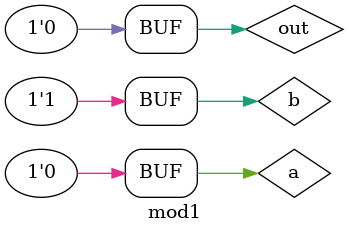
<source format=v>
`timescale 1ns / 1ps


module mod1();

reg a, b, out;

initial begin
    a = 1'b0;
    b = 1'b0;
    #30 a = 1'b1;
    #30 b = 1'b1;
    #30 a = 1'b0;
end

//always @ (a, b)
always @ (a) // °è¼Ó out == 0 bÀÇ º¯È­°¡ ÀÌº¥Æ®°¡ ¾Æ´Ï±â ¶§¹®¿¡
begin
    out = a | b;
    out = a & b;
end

endmodule

</source>
